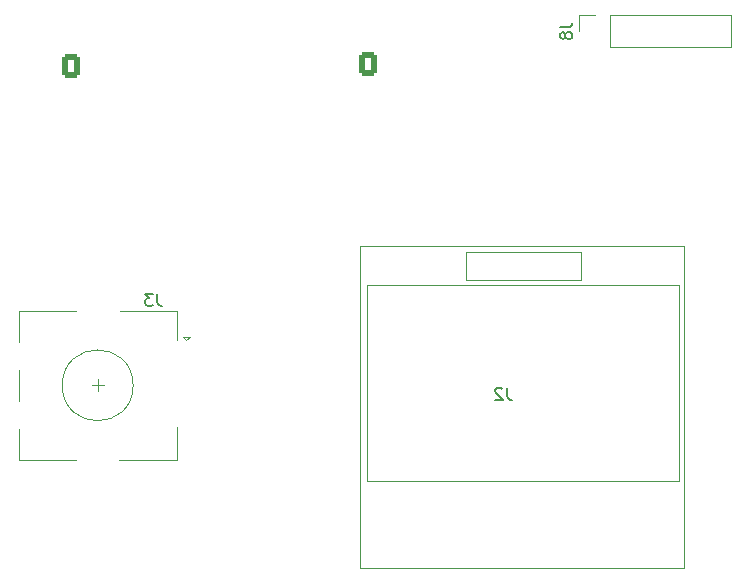
<source format=gbo>
G04 #@! TF.GenerationSoftware,KiCad,Pcbnew,9.0.1*
G04 #@! TF.CreationDate,2025-06-09T13:53:08-07:00*
G04 #@! TF.ProjectId,chop_microcontroller_board,63686f70-5f6d-4696-9372-6f636f6e7472,rev?*
G04 #@! TF.SameCoordinates,Original*
G04 #@! TF.FileFunction,Legend,Bot*
G04 #@! TF.FilePolarity,Positive*
%FSLAX46Y46*%
G04 Gerber Fmt 4.6, Leading zero omitted, Abs format (unit mm)*
G04 Created by KiCad (PCBNEW 9.0.1) date 2025-06-09 13:53:08*
%MOMM*%
%LPD*%
G01*
G04 APERTURE LIST*
G04 Aperture macros list*
%AMRoundRect*
0 Rectangle with rounded corners*
0 $1 Rounding radius*
0 $2 $3 $4 $5 $6 $7 $8 $9 X,Y pos of 4 corners*
0 Add a 4 corners polygon primitive as box body*
4,1,4,$2,$3,$4,$5,$6,$7,$8,$9,$2,$3,0*
0 Add four circle primitives for the rounded corners*
1,1,$1+$1,$2,$3*
1,1,$1+$1,$4,$5*
1,1,$1+$1,$6,$7*
1,1,$1+$1,$8,$9*
0 Add four rect primitives between the rounded corners*
20,1,$1+$1,$2,$3,$4,$5,0*
20,1,$1+$1,$4,$5,$6,$7,0*
20,1,$1+$1,$6,$7,$8,$9,0*
20,1,$1+$1,$8,$9,$2,$3,0*%
G04 Aperture macros list end*
%ADD10C,0.150000*%
%ADD11C,0.120000*%
%ADD12O,1.700000X1.700000*%
%ADD13R,1.700000X1.700000*%
%ADD14C,3.200000*%
%ADD15C,3.000000*%
%ADD16RoundRect,0.250001X-0.499999X-0.759999X0.499999X-0.759999X0.499999X0.759999X-0.499999X0.759999X0*%
%ADD17O,1.500000X2.020000*%
%ADD18RoundRect,0.250000X-0.625000X0.350000X-0.625000X-0.350000X0.625000X-0.350000X0.625000X0.350000X0*%
%ADD19O,1.750000X1.200000*%
%ADD20C,1.700000*%
%ADD21RoundRect,0.250001X-0.499999X0.499999X-0.499999X-0.499999X0.499999X-0.499999X0.499999X0.499999X0*%
%ADD22C,1.500000*%
%ADD23RoundRect,0.250001X0.499999X-0.499999X0.499999X0.499999X-0.499999X0.499999X-0.499999X-0.499999X0*%
%ADD24R,2.000000X2.000000*%
%ADD25C,2.000000*%
%ADD26R,3.000000X2.500000*%
%ADD27O,1.600000X2.000000*%
G04 APERTURE END LIST*
D10*
X148783333Y-99754819D02*
X148783333Y-100469104D01*
X148783333Y-100469104D02*
X148830952Y-100611961D01*
X148830952Y-100611961D02*
X148926190Y-100707200D01*
X148926190Y-100707200D02*
X149069047Y-100754819D01*
X149069047Y-100754819D02*
X149164285Y-100754819D01*
X148402380Y-99754819D02*
X147783333Y-99754819D01*
X147783333Y-99754819D02*
X148116666Y-100135771D01*
X148116666Y-100135771D02*
X147973809Y-100135771D01*
X147973809Y-100135771D02*
X147878571Y-100183390D01*
X147878571Y-100183390D02*
X147830952Y-100231009D01*
X147830952Y-100231009D02*
X147783333Y-100326247D01*
X147783333Y-100326247D02*
X147783333Y-100564342D01*
X147783333Y-100564342D02*
X147830952Y-100659580D01*
X147830952Y-100659580D02*
X147878571Y-100707200D01*
X147878571Y-100707200D02*
X147973809Y-100754819D01*
X147973809Y-100754819D02*
X148259523Y-100754819D01*
X148259523Y-100754819D02*
X148354761Y-100707200D01*
X148354761Y-100707200D02*
X148402380Y-100659580D01*
X182914819Y-77166666D02*
X183629104Y-77166666D01*
X183629104Y-77166666D02*
X183771961Y-77119047D01*
X183771961Y-77119047D02*
X183867200Y-77023809D01*
X183867200Y-77023809D02*
X183914819Y-76880952D01*
X183914819Y-76880952D02*
X183914819Y-76785714D01*
X183343390Y-77785714D02*
X183295771Y-77690476D01*
X183295771Y-77690476D02*
X183248152Y-77642857D01*
X183248152Y-77642857D02*
X183152914Y-77595238D01*
X183152914Y-77595238D02*
X183105295Y-77595238D01*
X183105295Y-77595238D02*
X183010057Y-77642857D01*
X183010057Y-77642857D02*
X182962438Y-77690476D01*
X182962438Y-77690476D02*
X182914819Y-77785714D01*
X182914819Y-77785714D02*
X182914819Y-77976190D01*
X182914819Y-77976190D02*
X182962438Y-78071428D01*
X182962438Y-78071428D02*
X183010057Y-78119047D01*
X183010057Y-78119047D02*
X183105295Y-78166666D01*
X183105295Y-78166666D02*
X183152914Y-78166666D01*
X183152914Y-78166666D02*
X183248152Y-78119047D01*
X183248152Y-78119047D02*
X183295771Y-78071428D01*
X183295771Y-78071428D02*
X183343390Y-77976190D01*
X183343390Y-77976190D02*
X183343390Y-77785714D01*
X183343390Y-77785714D02*
X183391009Y-77690476D01*
X183391009Y-77690476D02*
X183438628Y-77642857D01*
X183438628Y-77642857D02*
X183533866Y-77595238D01*
X183533866Y-77595238D02*
X183724342Y-77595238D01*
X183724342Y-77595238D02*
X183819580Y-77642857D01*
X183819580Y-77642857D02*
X183867200Y-77690476D01*
X183867200Y-77690476D02*
X183914819Y-77785714D01*
X183914819Y-77785714D02*
X183914819Y-77976190D01*
X183914819Y-77976190D02*
X183867200Y-78071428D01*
X183867200Y-78071428D02*
X183819580Y-78119047D01*
X183819580Y-78119047D02*
X183724342Y-78166666D01*
X183724342Y-78166666D02*
X183533866Y-78166666D01*
X183533866Y-78166666D02*
X183438628Y-78119047D01*
X183438628Y-78119047D02*
X183391009Y-78071428D01*
X183391009Y-78071428D02*
X183343390Y-77976190D01*
X178413333Y-107708819D02*
X178413333Y-108423104D01*
X178413333Y-108423104D02*
X178460952Y-108565961D01*
X178460952Y-108565961D02*
X178556190Y-108661200D01*
X178556190Y-108661200D02*
X178699047Y-108708819D01*
X178699047Y-108708819D02*
X178794285Y-108708819D01*
X177984761Y-107804057D02*
X177937142Y-107756438D01*
X177937142Y-107756438D02*
X177841904Y-107708819D01*
X177841904Y-107708819D02*
X177603809Y-107708819D01*
X177603809Y-107708819D02*
X177508571Y-107756438D01*
X177508571Y-107756438D02*
X177460952Y-107804057D01*
X177460952Y-107804057D02*
X177413333Y-107899295D01*
X177413333Y-107899295D02*
X177413333Y-107994533D01*
X177413333Y-107994533D02*
X177460952Y-108137390D01*
X177460952Y-108137390D02*
X178032380Y-108708819D01*
X178032380Y-108708819D02*
X177413333Y-108708819D01*
D11*
G04 #@! TO.C,J3*
X137050000Y-101200000D02*
X137050000Y-103800000D01*
X137050000Y-106200000D02*
X137050000Y-108800000D01*
X137050000Y-111200000D02*
X137050000Y-113800000D01*
X137050000Y-113800000D02*
X141950000Y-113800000D01*
X141950000Y-101200000D02*
X137050000Y-101200000D01*
X143750000Y-107000000D02*
X143750000Y-108000000D01*
X144250000Y-107500000D02*
X143250000Y-107500000D01*
X145550000Y-113800000D02*
X150450000Y-113800000D01*
X145650000Y-101200000D02*
X150450000Y-101200000D01*
X150450000Y-101200000D02*
X150450000Y-103700000D01*
X150450000Y-113800000D02*
X150450000Y-111000000D01*
X150950000Y-103400000D02*
X151250000Y-103700000D01*
X151250000Y-103700000D02*
X151550000Y-103400000D01*
X151550000Y-103400000D02*
X150950000Y-103400000D01*
X146750000Y-107500000D02*
G75*
G02*
X140750000Y-107500000I-3000000J0D01*
G01*
X140750000Y-107500000D02*
G75*
G02*
X146750000Y-107500000I3000000J0D01*
G01*
G04 #@! TO.C,J8*
X184460000Y-76120000D02*
X184460000Y-77500000D01*
X185840000Y-76120000D02*
X184460000Y-76120000D01*
X187110000Y-76120000D02*
X187110000Y-78880000D01*
X187110000Y-76120000D02*
X197380000Y-76120000D01*
X187110000Y-78880000D02*
X197380000Y-78880000D01*
X197380000Y-76120000D02*
X197380000Y-78880000D01*
G04 #@! TO.C,J2*
X166000000Y-95700000D02*
X166000000Y-123000000D01*
X166000000Y-123000000D02*
X193400000Y-123000000D01*
X166538000Y-98983000D02*
X166792000Y-98995000D01*
X166538000Y-115620000D02*
X166538000Y-98983000D01*
X169878000Y-98995000D02*
X166792000Y-98995000D01*
X169878000Y-115595000D02*
X166538000Y-115620000D01*
X169878000Y-115595000D02*
X192978000Y-115595000D01*
X174920000Y-96189000D02*
X174920000Y-98602000D01*
X174920000Y-98602000D02*
X184699000Y-98602000D01*
X184699000Y-96189000D02*
X174920000Y-96189000D01*
X184699000Y-96189000D02*
X184699000Y-98602000D01*
X192978000Y-98995000D02*
X169878000Y-98995000D01*
X192978000Y-115595000D02*
X192978000Y-98995000D01*
X193400000Y-95700000D02*
X166000000Y-95700000D01*
X193400000Y-123000000D02*
X193400000Y-95700000D01*
G04 #@! TD*
%LPC*%
D12*
G04 #@! TO.C,U1*
X129620000Y-80200000D03*
X129620000Y-82740000D03*
X129620000Y-85280000D03*
X129620000Y-87820000D03*
X129620000Y-90360000D03*
X129620000Y-92900000D03*
X129620000Y-95440000D03*
X129620000Y-97980000D03*
X129620000Y-100520000D03*
X129620000Y-103060000D03*
X129620000Y-105600000D03*
X129620000Y-108140000D03*
X129620000Y-110680000D03*
X129620000Y-113220000D03*
X129620000Y-115760000D03*
X129620000Y-118300000D03*
X129620000Y-120840000D03*
X129620000Y-123380000D03*
X129620000Y-125920000D03*
X129620000Y-128460000D03*
X129620000Y-131000000D03*
X129620000Y-133540000D03*
X129620000Y-136080000D03*
X129620000Y-138620000D03*
X114380000Y-138620000D03*
X114380000Y-136080000D03*
X114380000Y-133540000D03*
X114380000Y-131000000D03*
X114380000Y-128460000D03*
X114380000Y-125920000D03*
X114380000Y-123380000D03*
X114380000Y-120840000D03*
X114380000Y-118300000D03*
X114380000Y-115760000D03*
X114380000Y-113220000D03*
X114380000Y-110680000D03*
X114380000Y-108140000D03*
X114380000Y-105600000D03*
X114380000Y-103060000D03*
X114380000Y-100520000D03*
X114380000Y-97980000D03*
X114380000Y-95440000D03*
X114380000Y-92900000D03*
X114380000Y-90360000D03*
X114380000Y-87820000D03*
X114380000Y-85280000D03*
X114380000Y-82740000D03*
D13*
X114380000Y-80200000D03*
G04 #@! TD*
D14*
G04 #@! TO.C,MK2*
X208000000Y-77500000D03*
G04 #@! TD*
D13*
G04 #@! TO.C,U3*
X159430000Y-106670000D03*
X159430000Y-109210000D03*
D12*
X159430000Y-111750000D03*
X159430000Y-114290000D03*
D13*
X197530000Y-111710000D03*
X197530000Y-114250000D03*
D12*
X197530000Y-116790000D03*
X197530000Y-119330000D03*
G04 #@! TD*
D15*
G04 #@! TO.C,J7*
X143650000Y-76180000D03*
X151350000Y-76180000D03*
D16*
X141500000Y-80500000D03*
D17*
X144500000Y-80500000D03*
X147500000Y-80500000D03*
X150500000Y-80500000D03*
X153500000Y-80500000D03*
G04 #@! TD*
D18*
G04 #@! TO.C,J14*
X94500000Y-93500000D03*
D19*
X94500000Y-95500000D03*
G04 #@! TD*
D15*
G04 #@! TO.C,J6*
X168800000Y-76000000D03*
X176500000Y-76000000D03*
D16*
X166650000Y-80320000D03*
D17*
X169650000Y-80320000D03*
X172650000Y-80320000D03*
X175650000Y-80320000D03*
X178650000Y-80320000D03*
G04 #@! TD*
D14*
G04 #@! TO.C,MK1*
X92769400Y-77500000D03*
G04 #@! TD*
D13*
G04 #@! TO.C,U2*
X159430000Y-123670000D03*
X159430000Y-126210000D03*
D12*
X159430000Y-128750000D03*
X159430000Y-131290000D03*
D13*
X197530000Y-128710000D03*
X197530000Y-131250000D03*
D12*
X197530000Y-133790000D03*
X197530000Y-136330000D03*
G04 #@! TD*
D13*
G04 #@! TO.C,U4*
X160000000Y-84880000D03*
D20*
X160000000Y-87420000D03*
X160000000Y-89960000D03*
X160000000Y-92500000D03*
G04 #@! TD*
D15*
G04 #@! TO.C,J12*
X208820000Y-92160000D03*
X208820000Y-96860000D03*
D21*
X204500000Y-90000000D03*
D22*
X204500000Y-93000000D03*
X204500000Y-96000000D03*
X204500000Y-99000000D03*
X201500000Y-90000000D03*
X201500000Y-93000000D03*
X201500000Y-96000000D03*
X201500000Y-99000000D03*
G04 #@! TD*
D14*
G04 #@! TO.C,MK3*
X92769400Y-134865000D03*
G04 #@! TD*
G04 #@! TO.C,MK5*
X208000000Y-122840000D03*
G04 #@! TD*
G04 #@! TO.C,MK4*
X208000000Y-134865000D03*
G04 #@! TD*
D15*
G04 #@! TO.C,J11*
X92765000Y-122840000D03*
X92765000Y-109140000D03*
D23*
X97085000Y-125000000D03*
D22*
X97085000Y-122000000D03*
X97085000Y-119000000D03*
X97085000Y-116000000D03*
X97085000Y-113000000D03*
X97085000Y-110000000D03*
X97085000Y-107000000D03*
X100085000Y-125000000D03*
X100085000Y-122000000D03*
X100085000Y-119000000D03*
X100085000Y-116000000D03*
X100085000Y-113000000D03*
X100085000Y-110000000D03*
X100085000Y-107000000D03*
G04 #@! TD*
D24*
G04 #@! TO.C,J3*
X151250000Y-105000000D03*
D25*
X151250000Y-110000000D03*
X151250000Y-107500000D03*
D26*
X143750000Y-113100000D03*
X143750000Y-101900000D03*
D25*
X136750000Y-105000000D03*
X136750000Y-110000000D03*
G04 #@! TD*
D13*
G04 #@! TO.C,J8*
X185840000Y-77500000D03*
D20*
X188380000Y-77500000D03*
X190920000Y-77500000D03*
X193460000Y-77500000D03*
X196000000Y-77500000D03*
G04 #@! TD*
D27*
G04 #@! TO.C,J2*
X183620000Y-97400000D03*
X181080000Y-97400000D03*
X178540000Y-97400000D03*
X176000000Y-97400000D03*
G04 #@! TD*
%LPD*%
M02*

</source>
